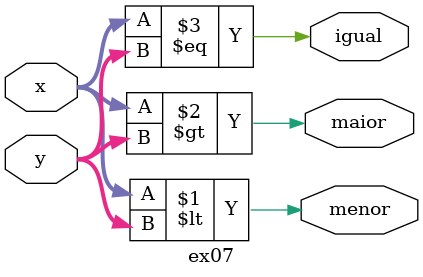
<source format=sv>
module ex07(input [7:0] x, input [7:0] y, output menor, maior, igual);
	
assign menor = (x<y);
assign maior = (x>y);
assign igual = (x==y);

endmodule

</source>
